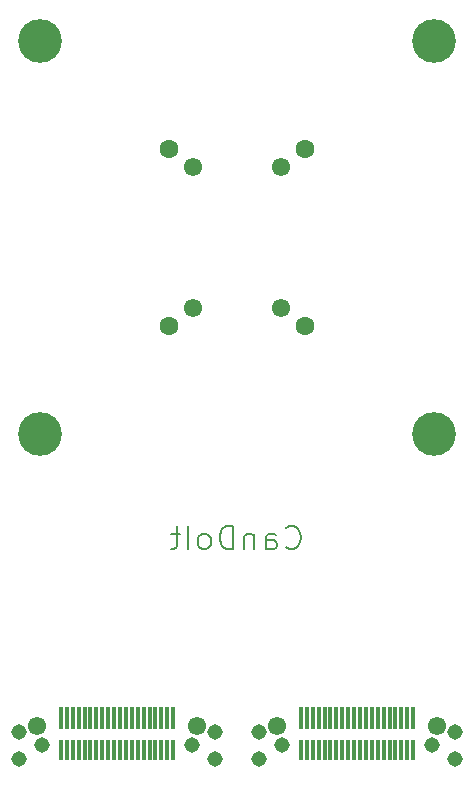
<source format=gbr>
G04 #@! TF.GenerationSoftware,KiCad,Pcbnew,7.0.10*
G04 #@! TF.CreationDate,2024-07-19T13:30:29-04:00*
G04 #@! TF.ProjectId,CanDoIt-v1,43616e44-6f49-4742-9d76-312e6b696361,rev?*
G04 #@! TF.SameCoordinates,Original*
G04 #@! TF.FileFunction,Soldermask,Bot*
G04 #@! TF.FilePolarity,Negative*
%FSLAX46Y46*%
G04 Gerber Fmt 4.6, Leading zero omitted, Abs format (unit mm)*
G04 Created by KiCad (PCBNEW 7.0.10) date 2024-07-19 13:30:29*
%MOMM*%
%LPD*%
G01*
G04 APERTURE LIST*
G04 Aperture macros list*
%AMRoundRect*
0 Rectangle with rounded corners*
0 $1 Rounding radius*
0 $2 $3 $4 $5 $6 $7 $8 $9 X,Y pos of 4 corners*
0 Add a 4 corners polygon primitive as box body*
4,1,4,$2,$3,$4,$5,$6,$7,$8,$9,$2,$3,0*
0 Add four circle primitives for the rounded corners*
1,1,$1+$1,$2,$3*
1,1,$1+$1,$4,$5*
1,1,$1+$1,$6,$7*
1,1,$1+$1,$8,$9*
0 Add four rect primitives between the rounded corners*
20,1,$1+$1,$2,$3,$4,$5,0*
20,1,$1+$1,$4,$5,$6,$7,0*
20,1,$1+$1,$6,$7,$8,$9,0*
20,1,$1+$1,$8,$9,$2,$3,0*%
G04 Aperture macros list end*
%ADD10C,0.200000*%
%ADD11C,3.700000*%
%ADD12C,1.550000*%
%ADD13C,1.600000*%
%ADD14RoundRect,0.050000X0.150000X0.900000X-0.150000X0.900000X-0.150000X-0.900000X0.150000X-0.900000X0*%
%ADD15RoundRect,0.050000X0.150000X0.815000X-0.150000X0.815000X-0.150000X-0.815000X0.150000X-0.815000X0*%
%ADD16C,1.308000*%
G04 APERTURE END LIST*
D10*
X4142857Y-26224361D02*
X4238095Y-26319600D01*
X4238095Y-26319600D02*
X4523809Y-26414838D01*
X4523809Y-26414838D02*
X4714285Y-26414838D01*
X4714285Y-26414838D02*
X5000000Y-26319600D01*
X5000000Y-26319600D02*
X5190476Y-26129123D01*
X5190476Y-26129123D02*
X5285714Y-25938647D01*
X5285714Y-25938647D02*
X5380952Y-25557695D01*
X5380952Y-25557695D02*
X5380952Y-25271980D01*
X5380952Y-25271980D02*
X5285714Y-24891028D01*
X5285714Y-24891028D02*
X5190476Y-24700552D01*
X5190476Y-24700552D02*
X5000000Y-24510076D01*
X5000000Y-24510076D02*
X4714285Y-24414838D01*
X4714285Y-24414838D02*
X4523809Y-24414838D01*
X4523809Y-24414838D02*
X4238095Y-24510076D01*
X4238095Y-24510076D02*
X4142857Y-24605314D01*
X2428571Y-26414838D02*
X2428571Y-25367219D01*
X2428571Y-25367219D02*
X2523809Y-25176742D01*
X2523809Y-25176742D02*
X2714285Y-25081504D01*
X2714285Y-25081504D02*
X3095238Y-25081504D01*
X3095238Y-25081504D02*
X3285714Y-25176742D01*
X2428571Y-26319600D02*
X2619047Y-26414838D01*
X2619047Y-26414838D02*
X3095238Y-26414838D01*
X3095238Y-26414838D02*
X3285714Y-26319600D01*
X3285714Y-26319600D02*
X3380952Y-26129123D01*
X3380952Y-26129123D02*
X3380952Y-25938647D01*
X3380952Y-25938647D02*
X3285714Y-25748171D01*
X3285714Y-25748171D02*
X3095238Y-25652933D01*
X3095238Y-25652933D02*
X2619047Y-25652933D01*
X2619047Y-25652933D02*
X2428571Y-25557695D01*
X1476190Y-25081504D02*
X1476190Y-26414838D01*
X1476190Y-25271980D02*
X1380952Y-25176742D01*
X1380952Y-25176742D02*
X1190476Y-25081504D01*
X1190476Y-25081504D02*
X904761Y-25081504D01*
X904761Y-25081504D02*
X714285Y-25176742D01*
X714285Y-25176742D02*
X619047Y-25367219D01*
X619047Y-25367219D02*
X619047Y-26414838D01*
X-333333Y-26414838D02*
X-333333Y-24414838D01*
X-333333Y-24414838D02*
X-809523Y-24414838D01*
X-809523Y-24414838D02*
X-1095238Y-24510076D01*
X-1095238Y-24510076D02*
X-1285714Y-24700552D01*
X-1285714Y-24700552D02*
X-1380952Y-24891028D01*
X-1380952Y-24891028D02*
X-1476190Y-25271980D01*
X-1476190Y-25271980D02*
X-1476190Y-25557695D01*
X-1476190Y-25557695D02*
X-1380952Y-25938647D01*
X-1380952Y-25938647D02*
X-1285714Y-26129123D01*
X-1285714Y-26129123D02*
X-1095238Y-26319600D01*
X-1095238Y-26319600D02*
X-809523Y-26414838D01*
X-809523Y-26414838D02*
X-333333Y-26414838D01*
X-2619047Y-26414838D02*
X-2428571Y-26319600D01*
X-2428571Y-26319600D02*
X-2333333Y-26224361D01*
X-2333333Y-26224361D02*
X-2238095Y-26033885D01*
X-2238095Y-26033885D02*
X-2238095Y-25462457D01*
X-2238095Y-25462457D02*
X-2333333Y-25271980D01*
X-2333333Y-25271980D02*
X-2428571Y-25176742D01*
X-2428571Y-25176742D02*
X-2619047Y-25081504D01*
X-2619047Y-25081504D02*
X-2904762Y-25081504D01*
X-2904762Y-25081504D02*
X-3095238Y-25176742D01*
X-3095238Y-25176742D02*
X-3190476Y-25271980D01*
X-3190476Y-25271980D02*
X-3285714Y-25462457D01*
X-3285714Y-25462457D02*
X-3285714Y-26033885D01*
X-3285714Y-26033885D02*
X-3190476Y-26224361D01*
X-3190476Y-26224361D02*
X-3095238Y-26319600D01*
X-3095238Y-26319600D02*
X-2904762Y-26414838D01*
X-2904762Y-26414838D02*
X-2619047Y-26414838D01*
X-4142857Y-26414838D02*
X-4142857Y-24414838D01*
X-4809524Y-25081504D02*
X-5571428Y-25081504D01*
X-5095238Y-24414838D02*
X-5095238Y-26129123D01*
X-5095238Y-26129123D02*
X-5190476Y-26319600D01*
X-5190476Y-26319600D02*
X-5380952Y-26414838D01*
X-5380952Y-26414838D02*
X-5571428Y-26414838D01*
D11*
X16668750Y16668750D03*
D12*
X3750000Y6000000D03*
X3750000Y-6000000D03*
D13*
X5750000Y7475000D03*
X5750000Y-7475000D03*
D11*
X16668750Y-16668750D03*
D12*
X-3750000Y-6000000D03*
X-3750000Y6000000D03*
D13*
X-5750000Y-7475000D03*
X-5750000Y7475000D03*
D11*
X-16668750Y-16668750D03*
X-16668750Y16668750D03*
D12*
X16910000Y-41320000D03*
X3410000Y-41320000D03*
D14*
X14910000Y-40720000D03*
D15*
X14910000Y-43385000D03*
D14*
X14410000Y-40720000D03*
D15*
X14410000Y-43385000D03*
D14*
X13910000Y-40720000D03*
D15*
X13910000Y-43385000D03*
D14*
X13410000Y-40720000D03*
D15*
X13410000Y-43385000D03*
D14*
X12910000Y-40720000D03*
D15*
X12910000Y-43385000D03*
D14*
X12410000Y-40720000D03*
D15*
X12410000Y-43385000D03*
D14*
X11910000Y-40720000D03*
D15*
X11910000Y-43385000D03*
D14*
X11410000Y-40720000D03*
D15*
X11410000Y-43385000D03*
D14*
X10910000Y-40720000D03*
D15*
X10910000Y-43385000D03*
D14*
X10410000Y-40720000D03*
D15*
X10410000Y-43385000D03*
D14*
X9910000Y-40720000D03*
D15*
X9910000Y-43385000D03*
D14*
X9410000Y-40720000D03*
D15*
X9410000Y-43385000D03*
D14*
X8910000Y-40720000D03*
D15*
X8910000Y-43385000D03*
D14*
X8410000Y-40720000D03*
D15*
X8410000Y-43385000D03*
D14*
X7910000Y-40720000D03*
D15*
X7910000Y-43385000D03*
D14*
X7410000Y-40720000D03*
D15*
X7410000Y-43385000D03*
D14*
X6910000Y-40720000D03*
D15*
X6910000Y-43385000D03*
D14*
X6410000Y-40720000D03*
D15*
X6410000Y-43385000D03*
D14*
X5910000Y-40720000D03*
D15*
X5910000Y-43385000D03*
D14*
X5410000Y-40720000D03*
D15*
X5410000Y-43385000D03*
D16*
X18460000Y-44120000D03*
X18460000Y-41870000D03*
X16485000Y-43000000D03*
X3835000Y-43000000D03*
X1860000Y-44120000D03*
X1860000Y-41870000D03*
D12*
X-3410000Y-41320000D03*
X-16910000Y-41320000D03*
D14*
X-5410000Y-40720000D03*
D15*
X-5410000Y-43385000D03*
D14*
X-5910000Y-40720000D03*
D15*
X-5910000Y-43385000D03*
D14*
X-6410000Y-40720000D03*
D15*
X-6410000Y-43385000D03*
D14*
X-6910000Y-40720000D03*
D15*
X-6910000Y-43385000D03*
D14*
X-7410000Y-40720000D03*
D15*
X-7410000Y-43385000D03*
D14*
X-7910000Y-40720000D03*
D15*
X-7910000Y-43385000D03*
D14*
X-8410000Y-40720000D03*
D15*
X-8410000Y-43385000D03*
D14*
X-8910000Y-40720000D03*
D15*
X-8910000Y-43385000D03*
D14*
X-9410000Y-40720000D03*
D15*
X-9410000Y-43385000D03*
D14*
X-9910000Y-40720000D03*
D15*
X-9910000Y-43385000D03*
D14*
X-10410000Y-40720000D03*
D15*
X-10410000Y-43385000D03*
D14*
X-10910000Y-40720000D03*
D15*
X-10910000Y-43385000D03*
D14*
X-11410000Y-40720000D03*
D15*
X-11410000Y-43385000D03*
D14*
X-11910000Y-40720000D03*
D15*
X-11910000Y-43385000D03*
D14*
X-12410000Y-40720000D03*
D15*
X-12410000Y-43385000D03*
D14*
X-12910000Y-40720000D03*
D15*
X-12910000Y-43385000D03*
D14*
X-13410000Y-40720000D03*
D15*
X-13410000Y-43385000D03*
D14*
X-13910000Y-40720000D03*
D15*
X-13910000Y-43385000D03*
D14*
X-14410000Y-40720000D03*
D15*
X-14410000Y-43385000D03*
D14*
X-14910000Y-40720000D03*
D15*
X-14910000Y-43385000D03*
D16*
X-1860000Y-44120000D03*
X-1860000Y-41870000D03*
X-3835000Y-43000000D03*
X-16485000Y-43000000D03*
X-18460000Y-44120000D03*
X-18460000Y-41870000D03*
M02*

</source>
